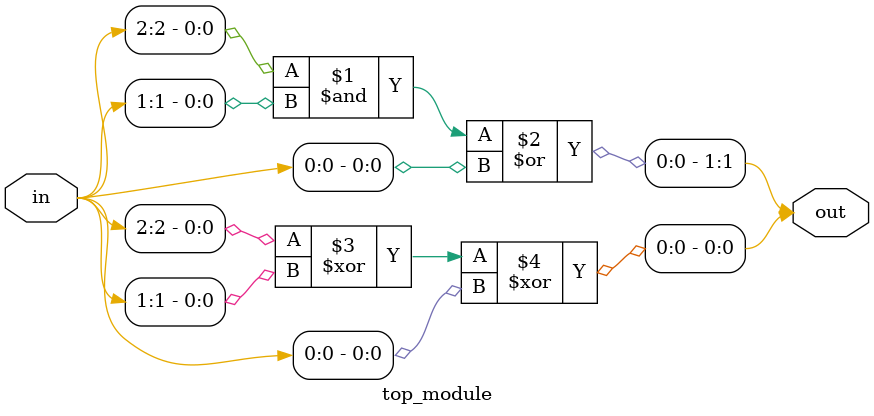
<source format=sv>
module top_module (
	input [2:0] in,
	output [1:0] out
);

	assign out[1] = in[2] & in[1] | in[0]; 
	assign out[0] = in[2] ^ in[1] ^ in[0]; 

endmodule

</source>
